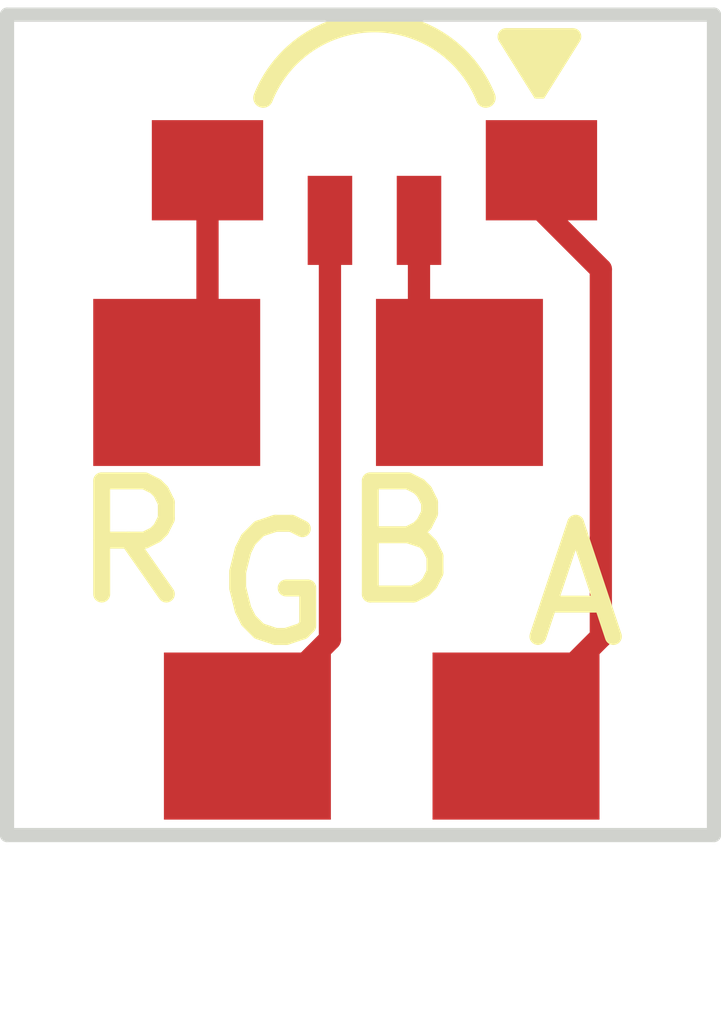
<source format=kicad_pcb>
(kicad_pcb (version 20240108) (generator "pcbnew") (generator_version "8.0")
  (layers (0 "F.Cu" signal) (31 "B.Cu" signal) (34 "B.Paste" user) (35 "F.Paste" user) (36 "B.SilkS" user "B.Silkscreen") (37 "F.SilkS" user "F.Silkscreen") (38 "B.Mask" user) (39 "F.Mask" user) (44 "Edge.Cuts" user))
  (net 0 "")
  (net 1 "/RED")
  (net 2 "/V+")
  (net 3 "/GRN")
  (net 4 "/BLU")
  (footprint "Alpenglow:TestPoint_Pad_1.5x1.5mm" (layer "F.Cu") (at 142.113 114.3)
    (property "Reference" "H4" (hide yes))
    (property "Value" "V+")
    (pad "1" smd rect (at 0 0) (size 1.5 1.5) (layers "F.Cu" "F.Mask") (net 2 "/V+"))
  )
  (footprint "Alpenglow:LED_1204_1342" (layer "F.Cu") (at 140.8415 109.22)
    (property "Reference" "D1" (hide yes))
    (property "Value" "LED_RGBA")
    (fp_arc (start -1 -0.65) (mid 0.000026 -1.327033) (end 1.00002 -0.649951) (stroke (width 0.1778)) (layer "F.SilkS"))
    (fp_poly (pts (xy 1.481925 -0.720588) (xy 1.781925 -1.2) (xy 1.181925 -1.2)) (stroke (width 0.1524)) (fill solid) (layer "F.SilkS"))
    (pad "1" smd rect (at -1.5 0) (size 1 0.9) (layers "F.Cu" "F.Paste" "F.Mask") (net 1 "/RED"))
    (pad "2" smd rect (at 1.5 0) (size 1 0.9) (layers "F.Cu" "F.Paste" "F.Mask") (net 2 "/V+"))
    (pad "3" smd rect (at -0.4 0.45) (size 0.4 0.8) (layers "F.Cu" "F.Paste" "F.Mask") (net 3 "/GRN"))
    (pad "4" smd rect (at 0.4 0.45) (size 0.4 0.8) (layers "F.Cu" "F.Paste" "F.Mask") (net 4 "/BLU"))
  )
  (footprint "Alpenglow:TestPoint_Pad_1.5x1.5mm" (layer "F.Cu") (at 139.065 111.125)
    (property "Reference" "H1" (hide yes))
    (property "Value" "RED")
    (pad "1" smd rect (at 0 0) (size 1.5 1.5) (layers "F.Cu" "F.Mask") (net 1 "/RED"))
  )
  (footprint "Alpenglow:TestPoint_Pad_1.5x1.5mm" (layer "F.Cu") (at 141.605 111.125)
    (property "Reference" "H3" (hide yes))
    (property "Value" "BLU")
    (pad "1" smd rect (at 0 0) (size 1.5 1.5) (layers "F.Cu" "F.Mask") (net 4 "/BLU"))
  )
  (footprint "Alpenglow:TestPoint_Pad_1.5x1.5mm" (layer "F.Cu") (at 139.7 114.3)
    (property "Reference" "H2" (hide yes))
    (property "Value" "GRN")
    (pad "1" smd rect (at 0 0) (size 1.5 1.5) (layers "F.Cu" "F.Mask") (net 3 "/GRN"))
  )
  (gr_line (start 143.891 107.823) (end 137.541 107.823) (stroke (width 0.127)) (layer "Edge.Cuts"))
  (gr_line (start 143.891 115.189) (end 143.891 107.823) (stroke (width 0.127)) (layer "Edge.Cuts"))
  (gr_line (start 137.541 107.823) (end 137.541 115.189) (stroke (width 0.127)) (layer "Edge.Cuts"))
  (gr_line (start 137.541 115.189) (end 143.891 115.189) (stroke (width 0.127)) (layer "Edge.Cuts"))
  (gr_text "A" (at 142.113 113.538 0) (layer "F.SilkS") (effects (font (size 1.016 1.016) (thickness 0.1524)) (justify left bottom)))
  (gr_text "G" (at 139.319 113.538 0) (layer "F.SilkS") (effects (font (size 1.016 1.016) (thickness 0.1524)) (justify left bottom)))
  (gr_text "B" (at 140.462 113.157 0) (layer "F.SilkS") (effects (font (size 1.016 1.016) (thickness 0.1524)) (justify left bottom)))
  (gr_text "R" (at 138.049 113.157 0) (layer "F.SilkS") (effects (font (size 1.016 1.016) (thickness 0.1524)) (justify left bottom)))
  (segment (start 139.3415 110.8485) (end 139.065 111.125) (width 0.2) (layer "F.Cu") (net 1))
  (segment (start 139.3415 109.22) (end 139.3415 110.8485) (width 0.2) (layer "F.Cu") (net 1))
  (segment (start 142.875 113.411) (end 142.113 114.173) (width 0.2) (layer "F.Cu") (net 2))
  (segment (start 142.5415 109.093) (end 142.5415 109.331) (width 0.254) (layer "F.Cu") (net 2))
  (segment (start 142.3415 109.22) (end 142.3415 109.5755) (width 0.2) (layer "F.Cu") (net 2))
  (segment (start 142.875 110.109) (end 142.875 113.411) (width 0.2) (layer "F.Cu") (net 2))
  (segment (start 142.3415 109.5755) (end 142.875 110.109) (width 0.2) (layer "F.Cu") (net 2))
  (segment (start 140.4415 109.67) (end 140.4415 113.4315) (width 0.2) (layer "F.Cu") (net 3))
  (segment (start 140.4415 113.4315) (end 139.7 114.173) (width 0.2) (layer "F.Cu") (net 3))
  (segment (start 141.2415 109.67) (end 141.2415 110.7615) (width 0.2) (layer "F.Cu") (net 4))
  (segment (start 141.3915 110.9115) (end 141.605 111.125) (width 0.254) (layer "F.Cu") (net 4))
  (segment (start 141.2415 110.7615) (end 141.605 111.125) (width 0.2) (layer "F.Cu") (net 4))
)
</source>
